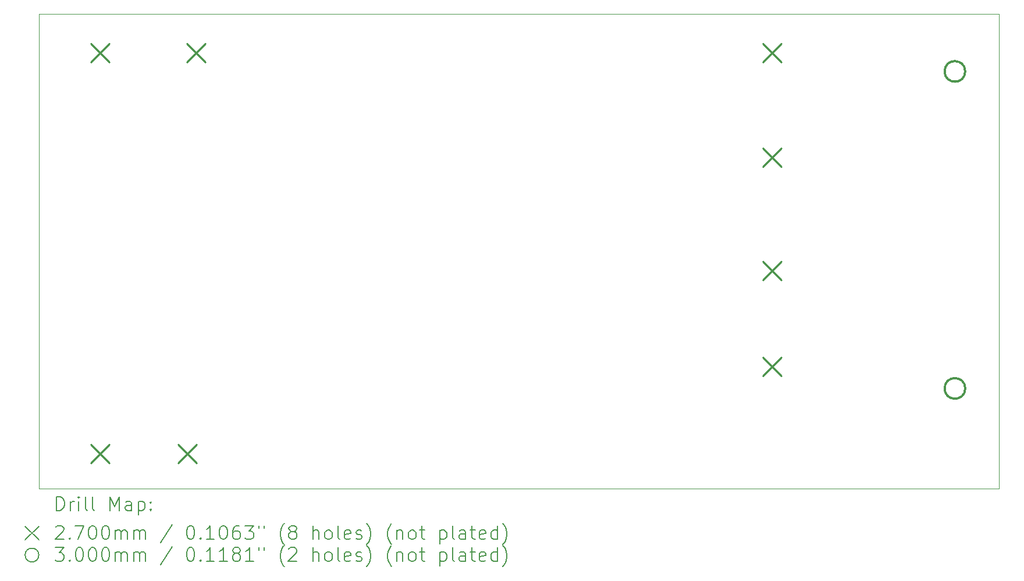
<source format=gbr>
%FSLAX45Y45*%
G04 Gerber Fmt 4.5, Leading zero omitted, Abs format (unit mm)*
G04 Created by KiCad (PCBNEW (6.0.1)) date 2022-02-20 22:55:02*
%MOMM*%
%LPD*%
G01*
G04 APERTURE LIST*
%TA.AperFunction,Profile*%
%ADD10C,0.100000*%
%TD*%
%ADD11C,0.200000*%
%ADD12C,0.270000*%
%ADD13C,0.300000*%
G04 APERTURE END LIST*
D10*
X4064000Y-10096500D02*
X18034000Y-10096500D01*
X18034000Y-10096500D02*
X18034000Y-17018000D01*
X18034000Y-17018000D02*
X4064000Y-17018000D01*
X4064000Y-17018000D02*
X4064000Y-10096500D01*
D11*
D12*
X4818000Y-10533000D02*
X5088000Y-10803000D01*
X5088000Y-10533000D02*
X4818000Y-10803000D01*
X4818000Y-16375000D02*
X5088000Y-16645000D01*
X5088000Y-16375000D02*
X4818000Y-16645000D01*
X6088000Y-16375000D02*
X6358000Y-16645000D01*
X6358000Y-16375000D02*
X6088000Y-16645000D01*
X6215000Y-10533000D02*
X6485000Y-10803000D01*
X6485000Y-10533000D02*
X6215000Y-10803000D01*
X14597000Y-10533000D02*
X14867000Y-10803000D01*
X14867000Y-10533000D02*
X14597000Y-10803000D01*
X14597000Y-12057000D02*
X14867000Y-12327000D01*
X14867000Y-12057000D02*
X14597000Y-12327000D01*
X14597000Y-13708000D02*
X14867000Y-13978000D01*
X14867000Y-13708000D02*
X14597000Y-13978000D01*
X14597000Y-15105000D02*
X14867000Y-15375000D01*
X14867000Y-15105000D02*
X14597000Y-15375000D01*
D13*
X17540000Y-10935000D02*
G75*
G03*
X17540000Y-10935000I-150000J0D01*
G01*
X17540000Y-15555000D02*
G75*
G03*
X17540000Y-15555000I-150000J0D01*
G01*
D11*
X4316619Y-17333476D02*
X4316619Y-17133476D01*
X4364238Y-17133476D01*
X4392810Y-17143000D01*
X4411857Y-17162048D01*
X4421381Y-17181095D01*
X4430905Y-17219190D01*
X4430905Y-17247762D01*
X4421381Y-17285857D01*
X4411857Y-17304905D01*
X4392810Y-17323952D01*
X4364238Y-17333476D01*
X4316619Y-17333476D01*
X4516619Y-17333476D02*
X4516619Y-17200143D01*
X4516619Y-17238238D02*
X4526143Y-17219190D01*
X4535667Y-17209667D01*
X4554714Y-17200143D01*
X4573762Y-17200143D01*
X4640429Y-17333476D02*
X4640429Y-17200143D01*
X4640429Y-17133476D02*
X4630905Y-17143000D01*
X4640429Y-17152524D01*
X4649952Y-17143000D01*
X4640429Y-17133476D01*
X4640429Y-17152524D01*
X4764238Y-17333476D02*
X4745190Y-17323952D01*
X4735667Y-17304905D01*
X4735667Y-17133476D01*
X4869000Y-17333476D02*
X4849952Y-17323952D01*
X4840429Y-17304905D01*
X4840429Y-17133476D01*
X5097571Y-17333476D02*
X5097571Y-17133476D01*
X5164238Y-17276333D01*
X5230905Y-17133476D01*
X5230905Y-17333476D01*
X5411857Y-17333476D02*
X5411857Y-17228714D01*
X5402333Y-17209667D01*
X5383286Y-17200143D01*
X5345190Y-17200143D01*
X5326143Y-17209667D01*
X5411857Y-17323952D02*
X5392810Y-17333476D01*
X5345190Y-17333476D01*
X5326143Y-17323952D01*
X5316619Y-17304905D01*
X5316619Y-17285857D01*
X5326143Y-17266810D01*
X5345190Y-17257286D01*
X5392810Y-17257286D01*
X5411857Y-17247762D01*
X5507095Y-17200143D02*
X5507095Y-17400143D01*
X5507095Y-17209667D02*
X5526143Y-17200143D01*
X5564238Y-17200143D01*
X5583286Y-17209667D01*
X5592809Y-17219190D01*
X5602333Y-17238238D01*
X5602333Y-17295381D01*
X5592809Y-17314429D01*
X5583286Y-17323952D01*
X5564238Y-17333476D01*
X5526143Y-17333476D01*
X5507095Y-17323952D01*
X5688048Y-17314429D02*
X5697571Y-17323952D01*
X5688048Y-17333476D01*
X5678524Y-17323952D01*
X5688048Y-17314429D01*
X5688048Y-17333476D01*
X5688048Y-17209667D02*
X5697571Y-17219190D01*
X5688048Y-17228714D01*
X5678524Y-17219190D01*
X5688048Y-17209667D01*
X5688048Y-17228714D01*
X3859000Y-17563000D02*
X4059000Y-17763000D01*
X4059000Y-17563000D02*
X3859000Y-17763000D01*
X4307095Y-17572524D02*
X4316619Y-17563000D01*
X4335667Y-17553476D01*
X4383286Y-17553476D01*
X4402333Y-17563000D01*
X4411857Y-17572524D01*
X4421381Y-17591571D01*
X4421381Y-17610619D01*
X4411857Y-17639190D01*
X4297571Y-17753476D01*
X4421381Y-17753476D01*
X4507095Y-17734429D02*
X4516619Y-17743952D01*
X4507095Y-17753476D01*
X4497571Y-17743952D01*
X4507095Y-17734429D01*
X4507095Y-17753476D01*
X4583286Y-17553476D02*
X4716619Y-17553476D01*
X4630905Y-17753476D01*
X4830905Y-17553476D02*
X4849952Y-17553476D01*
X4869000Y-17563000D01*
X4878524Y-17572524D01*
X4888048Y-17591571D01*
X4897571Y-17629667D01*
X4897571Y-17677286D01*
X4888048Y-17715381D01*
X4878524Y-17734429D01*
X4869000Y-17743952D01*
X4849952Y-17753476D01*
X4830905Y-17753476D01*
X4811857Y-17743952D01*
X4802333Y-17734429D01*
X4792810Y-17715381D01*
X4783286Y-17677286D01*
X4783286Y-17629667D01*
X4792810Y-17591571D01*
X4802333Y-17572524D01*
X4811857Y-17563000D01*
X4830905Y-17553476D01*
X5021381Y-17553476D02*
X5040429Y-17553476D01*
X5059476Y-17563000D01*
X5069000Y-17572524D01*
X5078524Y-17591571D01*
X5088048Y-17629667D01*
X5088048Y-17677286D01*
X5078524Y-17715381D01*
X5069000Y-17734429D01*
X5059476Y-17743952D01*
X5040429Y-17753476D01*
X5021381Y-17753476D01*
X5002333Y-17743952D01*
X4992810Y-17734429D01*
X4983286Y-17715381D01*
X4973762Y-17677286D01*
X4973762Y-17629667D01*
X4983286Y-17591571D01*
X4992810Y-17572524D01*
X5002333Y-17563000D01*
X5021381Y-17553476D01*
X5173762Y-17753476D02*
X5173762Y-17620143D01*
X5173762Y-17639190D02*
X5183286Y-17629667D01*
X5202333Y-17620143D01*
X5230905Y-17620143D01*
X5249952Y-17629667D01*
X5259476Y-17648714D01*
X5259476Y-17753476D01*
X5259476Y-17648714D02*
X5269000Y-17629667D01*
X5288048Y-17620143D01*
X5316619Y-17620143D01*
X5335667Y-17629667D01*
X5345190Y-17648714D01*
X5345190Y-17753476D01*
X5440429Y-17753476D02*
X5440429Y-17620143D01*
X5440429Y-17639190D02*
X5449952Y-17629667D01*
X5469000Y-17620143D01*
X5497571Y-17620143D01*
X5516619Y-17629667D01*
X5526143Y-17648714D01*
X5526143Y-17753476D01*
X5526143Y-17648714D02*
X5535667Y-17629667D01*
X5554714Y-17620143D01*
X5583286Y-17620143D01*
X5602333Y-17629667D01*
X5611857Y-17648714D01*
X5611857Y-17753476D01*
X6002333Y-17543952D02*
X5830905Y-17801095D01*
X6259476Y-17553476D02*
X6278524Y-17553476D01*
X6297571Y-17563000D01*
X6307095Y-17572524D01*
X6316619Y-17591571D01*
X6326143Y-17629667D01*
X6326143Y-17677286D01*
X6316619Y-17715381D01*
X6307095Y-17734429D01*
X6297571Y-17743952D01*
X6278524Y-17753476D01*
X6259476Y-17753476D01*
X6240428Y-17743952D01*
X6230905Y-17734429D01*
X6221381Y-17715381D01*
X6211857Y-17677286D01*
X6211857Y-17629667D01*
X6221381Y-17591571D01*
X6230905Y-17572524D01*
X6240428Y-17563000D01*
X6259476Y-17553476D01*
X6411857Y-17734429D02*
X6421381Y-17743952D01*
X6411857Y-17753476D01*
X6402333Y-17743952D01*
X6411857Y-17734429D01*
X6411857Y-17753476D01*
X6611857Y-17753476D02*
X6497571Y-17753476D01*
X6554714Y-17753476D02*
X6554714Y-17553476D01*
X6535667Y-17582048D01*
X6516619Y-17601095D01*
X6497571Y-17610619D01*
X6735667Y-17553476D02*
X6754714Y-17553476D01*
X6773762Y-17563000D01*
X6783286Y-17572524D01*
X6792809Y-17591571D01*
X6802333Y-17629667D01*
X6802333Y-17677286D01*
X6792809Y-17715381D01*
X6783286Y-17734429D01*
X6773762Y-17743952D01*
X6754714Y-17753476D01*
X6735667Y-17753476D01*
X6716619Y-17743952D01*
X6707095Y-17734429D01*
X6697571Y-17715381D01*
X6688048Y-17677286D01*
X6688048Y-17629667D01*
X6697571Y-17591571D01*
X6707095Y-17572524D01*
X6716619Y-17563000D01*
X6735667Y-17553476D01*
X6973762Y-17553476D02*
X6935667Y-17553476D01*
X6916619Y-17563000D01*
X6907095Y-17572524D01*
X6888048Y-17601095D01*
X6878524Y-17639190D01*
X6878524Y-17715381D01*
X6888048Y-17734429D01*
X6897571Y-17743952D01*
X6916619Y-17753476D01*
X6954714Y-17753476D01*
X6973762Y-17743952D01*
X6983286Y-17734429D01*
X6992809Y-17715381D01*
X6992809Y-17667762D01*
X6983286Y-17648714D01*
X6973762Y-17639190D01*
X6954714Y-17629667D01*
X6916619Y-17629667D01*
X6897571Y-17639190D01*
X6888048Y-17648714D01*
X6878524Y-17667762D01*
X7059476Y-17553476D02*
X7183286Y-17553476D01*
X7116619Y-17629667D01*
X7145190Y-17629667D01*
X7164238Y-17639190D01*
X7173762Y-17648714D01*
X7183286Y-17667762D01*
X7183286Y-17715381D01*
X7173762Y-17734429D01*
X7164238Y-17743952D01*
X7145190Y-17753476D01*
X7088048Y-17753476D01*
X7069000Y-17743952D01*
X7059476Y-17734429D01*
X7259476Y-17553476D02*
X7259476Y-17591571D01*
X7335667Y-17553476D02*
X7335667Y-17591571D01*
X7630905Y-17829667D02*
X7621381Y-17820143D01*
X7602333Y-17791571D01*
X7592809Y-17772524D01*
X7583286Y-17743952D01*
X7573762Y-17696333D01*
X7573762Y-17658238D01*
X7583286Y-17610619D01*
X7592809Y-17582048D01*
X7602333Y-17563000D01*
X7621381Y-17534429D01*
X7630905Y-17524905D01*
X7735667Y-17639190D02*
X7716619Y-17629667D01*
X7707095Y-17620143D01*
X7697571Y-17601095D01*
X7697571Y-17591571D01*
X7707095Y-17572524D01*
X7716619Y-17563000D01*
X7735667Y-17553476D01*
X7773762Y-17553476D01*
X7792809Y-17563000D01*
X7802333Y-17572524D01*
X7811857Y-17591571D01*
X7811857Y-17601095D01*
X7802333Y-17620143D01*
X7792809Y-17629667D01*
X7773762Y-17639190D01*
X7735667Y-17639190D01*
X7716619Y-17648714D01*
X7707095Y-17658238D01*
X7697571Y-17677286D01*
X7697571Y-17715381D01*
X7707095Y-17734429D01*
X7716619Y-17743952D01*
X7735667Y-17753476D01*
X7773762Y-17753476D01*
X7792809Y-17743952D01*
X7802333Y-17734429D01*
X7811857Y-17715381D01*
X7811857Y-17677286D01*
X7802333Y-17658238D01*
X7792809Y-17648714D01*
X7773762Y-17639190D01*
X8049952Y-17753476D02*
X8049952Y-17553476D01*
X8135667Y-17753476D02*
X8135667Y-17648714D01*
X8126143Y-17629667D01*
X8107095Y-17620143D01*
X8078524Y-17620143D01*
X8059476Y-17629667D01*
X8049952Y-17639190D01*
X8259476Y-17753476D02*
X8240428Y-17743952D01*
X8230905Y-17734429D01*
X8221381Y-17715381D01*
X8221381Y-17658238D01*
X8230905Y-17639190D01*
X8240428Y-17629667D01*
X8259476Y-17620143D01*
X8288048Y-17620143D01*
X8307095Y-17629667D01*
X8316619Y-17639190D01*
X8326143Y-17658238D01*
X8326143Y-17715381D01*
X8316619Y-17734429D01*
X8307095Y-17743952D01*
X8288048Y-17753476D01*
X8259476Y-17753476D01*
X8440429Y-17753476D02*
X8421381Y-17743952D01*
X8411857Y-17724905D01*
X8411857Y-17553476D01*
X8592810Y-17743952D02*
X8573762Y-17753476D01*
X8535667Y-17753476D01*
X8516619Y-17743952D01*
X8507095Y-17724905D01*
X8507095Y-17648714D01*
X8516619Y-17629667D01*
X8535667Y-17620143D01*
X8573762Y-17620143D01*
X8592810Y-17629667D01*
X8602333Y-17648714D01*
X8602333Y-17667762D01*
X8507095Y-17686810D01*
X8678524Y-17743952D02*
X8697571Y-17753476D01*
X8735667Y-17753476D01*
X8754714Y-17743952D01*
X8764238Y-17724905D01*
X8764238Y-17715381D01*
X8754714Y-17696333D01*
X8735667Y-17686810D01*
X8707095Y-17686810D01*
X8688048Y-17677286D01*
X8678524Y-17658238D01*
X8678524Y-17648714D01*
X8688048Y-17629667D01*
X8707095Y-17620143D01*
X8735667Y-17620143D01*
X8754714Y-17629667D01*
X8830905Y-17829667D02*
X8840429Y-17820143D01*
X8859476Y-17791571D01*
X8869000Y-17772524D01*
X8878524Y-17743952D01*
X8888048Y-17696333D01*
X8888048Y-17658238D01*
X8878524Y-17610619D01*
X8869000Y-17582048D01*
X8859476Y-17563000D01*
X8840429Y-17534429D01*
X8830905Y-17524905D01*
X9192810Y-17829667D02*
X9183286Y-17820143D01*
X9164238Y-17791571D01*
X9154714Y-17772524D01*
X9145190Y-17743952D01*
X9135667Y-17696333D01*
X9135667Y-17658238D01*
X9145190Y-17610619D01*
X9154714Y-17582048D01*
X9164238Y-17563000D01*
X9183286Y-17534429D01*
X9192810Y-17524905D01*
X9269000Y-17620143D02*
X9269000Y-17753476D01*
X9269000Y-17639190D02*
X9278524Y-17629667D01*
X9297571Y-17620143D01*
X9326143Y-17620143D01*
X9345190Y-17629667D01*
X9354714Y-17648714D01*
X9354714Y-17753476D01*
X9478524Y-17753476D02*
X9459476Y-17743952D01*
X9449952Y-17734429D01*
X9440429Y-17715381D01*
X9440429Y-17658238D01*
X9449952Y-17639190D01*
X9459476Y-17629667D01*
X9478524Y-17620143D01*
X9507095Y-17620143D01*
X9526143Y-17629667D01*
X9535667Y-17639190D01*
X9545190Y-17658238D01*
X9545190Y-17715381D01*
X9535667Y-17734429D01*
X9526143Y-17743952D01*
X9507095Y-17753476D01*
X9478524Y-17753476D01*
X9602333Y-17620143D02*
X9678524Y-17620143D01*
X9630905Y-17553476D02*
X9630905Y-17724905D01*
X9640429Y-17743952D01*
X9659476Y-17753476D01*
X9678524Y-17753476D01*
X9897571Y-17620143D02*
X9897571Y-17820143D01*
X9897571Y-17629667D02*
X9916619Y-17620143D01*
X9954714Y-17620143D01*
X9973762Y-17629667D01*
X9983286Y-17639190D01*
X9992810Y-17658238D01*
X9992810Y-17715381D01*
X9983286Y-17734429D01*
X9973762Y-17743952D01*
X9954714Y-17753476D01*
X9916619Y-17753476D01*
X9897571Y-17743952D01*
X10107095Y-17753476D02*
X10088048Y-17743952D01*
X10078524Y-17724905D01*
X10078524Y-17553476D01*
X10269000Y-17753476D02*
X10269000Y-17648714D01*
X10259476Y-17629667D01*
X10240429Y-17620143D01*
X10202333Y-17620143D01*
X10183286Y-17629667D01*
X10269000Y-17743952D02*
X10249952Y-17753476D01*
X10202333Y-17753476D01*
X10183286Y-17743952D01*
X10173762Y-17724905D01*
X10173762Y-17705857D01*
X10183286Y-17686810D01*
X10202333Y-17677286D01*
X10249952Y-17677286D01*
X10269000Y-17667762D01*
X10335667Y-17620143D02*
X10411857Y-17620143D01*
X10364238Y-17553476D02*
X10364238Y-17724905D01*
X10373762Y-17743952D01*
X10392810Y-17753476D01*
X10411857Y-17753476D01*
X10554714Y-17743952D02*
X10535667Y-17753476D01*
X10497571Y-17753476D01*
X10478524Y-17743952D01*
X10469000Y-17724905D01*
X10469000Y-17648714D01*
X10478524Y-17629667D01*
X10497571Y-17620143D01*
X10535667Y-17620143D01*
X10554714Y-17629667D01*
X10564238Y-17648714D01*
X10564238Y-17667762D01*
X10469000Y-17686810D01*
X10735667Y-17753476D02*
X10735667Y-17553476D01*
X10735667Y-17743952D02*
X10716619Y-17753476D01*
X10678524Y-17753476D01*
X10659476Y-17743952D01*
X10649952Y-17734429D01*
X10640429Y-17715381D01*
X10640429Y-17658238D01*
X10649952Y-17639190D01*
X10659476Y-17629667D01*
X10678524Y-17620143D01*
X10716619Y-17620143D01*
X10735667Y-17629667D01*
X10811857Y-17829667D02*
X10821381Y-17820143D01*
X10840429Y-17791571D01*
X10849952Y-17772524D01*
X10859476Y-17743952D01*
X10869000Y-17696333D01*
X10869000Y-17658238D01*
X10859476Y-17610619D01*
X10849952Y-17582048D01*
X10840429Y-17563000D01*
X10821381Y-17534429D01*
X10811857Y-17524905D01*
X4059000Y-17983000D02*
G75*
G03*
X4059000Y-17983000I-100000J0D01*
G01*
X4297571Y-17873476D02*
X4421381Y-17873476D01*
X4354714Y-17949667D01*
X4383286Y-17949667D01*
X4402333Y-17959190D01*
X4411857Y-17968714D01*
X4421381Y-17987762D01*
X4421381Y-18035381D01*
X4411857Y-18054429D01*
X4402333Y-18063952D01*
X4383286Y-18073476D01*
X4326143Y-18073476D01*
X4307095Y-18063952D01*
X4297571Y-18054429D01*
X4507095Y-18054429D02*
X4516619Y-18063952D01*
X4507095Y-18073476D01*
X4497571Y-18063952D01*
X4507095Y-18054429D01*
X4507095Y-18073476D01*
X4640429Y-17873476D02*
X4659476Y-17873476D01*
X4678524Y-17883000D01*
X4688048Y-17892524D01*
X4697571Y-17911571D01*
X4707095Y-17949667D01*
X4707095Y-17997286D01*
X4697571Y-18035381D01*
X4688048Y-18054429D01*
X4678524Y-18063952D01*
X4659476Y-18073476D01*
X4640429Y-18073476D01*
X4621381Y-18063952D01*
X4611857Y-18054429D01*
X4602333Y-18035381D01*
X4592810Y-17997286D01*
X4592810Y-17949667D01*
X4602333Y-17911571D01*
X4611857Y-17892524D01*
X4621381Y-17883000D01*
X4640429Y-17873476D01*
X4830905Y-17873476D02*
X4849952Y-17873476D01*
X4869000Y-17883000D01*
X4878524Y-17892524D01*
X4888048Y-17911571D01*
X4897571Y-17949667D01*
X4897571Y-17997286D01*
X4888048Y-18035381D01*
X4878524Y-18054429D01*
X4869000Y-18063952D01*
X4849952Y-18073476D01*
X4830905Y-18073476D01*
X4811857Y-18063952D01*
X4802333Y-18054429D01*
X4792810Y-18035381D01*
X4783286Y-17997286D01*
X4783286Y-17949667D01*
X4792810Y-17911571D01*
X4802333Y-17892524D01*
X4811857Y-17883000D01*
X4830905Y-17873476D01*
X5021381Y-17873476D02*
X5040429Y-17873476D01*
X5059476Y-17883000D01*
X5069000Y-17892524D01*
X5078524Y-17911571D01*
X5088048Y-17949667D01*
X5088048Y-17997286D01*
X5078524Y-18035381D01*
X5069000Y-18054429D01*
X5059476Y-18063952D01*
X5040429Y-18073476D01*
X5021381Y-18073476D01*
X5002333Y-18063952D01*
X4992810Y-18054429D01*
X4983286Y-18035381D01*
X4973762Y-17997286D01*
X4973762Y-17949667D01*
X4983286Y-17911571D01*
X4992810Y-17892524D01*
X5002333Y-17883000D01*
X5021381Y-17873476D01*
X5173762Y-18073476D02*
X5173762Y-17940143D01*
X5173762Y-17959190D02*
X5183286Y-17949667D01*
X5202333Y-17940143D01*
X5230905Y-17940143D01*
X5249952Y-17949667D01*
X5259476Y-17968714D01*
X5259476Y-18073476D01*
X5259476Y-17968714D02*
X5269000Y-17949667D01*
X5288048Y-17940143D01*
X5316619Y-17940143D01*
X5335667Y-17949667D01*
X5345190Y-17968714D01*
X5345190Y-18073476D01*
X5440429Y-18073476D02*
X5440429Y-17940143D01*
X5440429Y-17959190D02*
X5449952Y-17949667D01*
X5469000Y-17940143D01*
X5497571Y-17940143D01*
X5516619Y-17949667D01*
X5526143Y-17968714D01*
X5526143Y-18073476D01*
X5526143Y-17968714D02*
X5535667Y-17949667D01*
X5554714Y-17940143D01*
X5583286Y-17940143D01*
X5602333Y-17949667D01*
X5611857Y-17968714D01*
X5611857Y-18073476D01*
X6002333Y-17863952D02*
X5830905Y-18121095D01*
X6259476Y-17873476D02*
X6278524Y-17873476D01*
X6297571Y-17883000D01*
X6307095Y-17892524D01*
X6316619Y-17911571D01*
X6326143Y-17949667D01*
X6326143Y-17997286D01*
X6316619Y-18035381D01*
X6307095Y-18054429D01*
X6297571Y-18063952D01*
X6278524Y-18073476D01*
X6259476Y-18073476D01*
X6240428Y-18063952D01*
X6230905Y-18054429D01*
X6221381Y-18035381D01*
X6211857Y-17997286D01*
X6211857Y-17949667D01*
X6221381Y-17911571D01*
X6230905Y-17892524D01*
X6240428Y-17883000D01*
X6259476Y-17873476D01*
X6411857Y-18054429D02*
X6421381Y-18063952D01*
X6411857Y-18073476D01*
X6402333Y-18063952D01*
X6411857Y-18054429D01*
X6411857Y-18073476D01*
X6611857Y-18073476D02*
X6497571Y-18073476D01*
X6554714Y-18073476D02*
X6554714Y-17873476D01*
X6535667Y-17902048D01*
X6516619Y-17921095D01*
X6497571Y-17930619D01*
X6802333Y-18073476D02*
X6688048Y-18073476D01*
X6745190Y-18073476D02*
X6745190Y-17873476D01*
X6726143Y-17902048D01*
X6707095Y-17921095D01*
X6688048Y-17930619D01*
X6916619Y-17959190D02*
X6897571Y-17949667D01*
X6888048Y-17940143D01*
X6878524Y-17921095D01*
X6878524Y-17911571D01*
X6888048Y-17892524D01*
X6897571Y-17883000D01*
X6916619Y-17873476D01*
X6954714Y-17873476D01*
X6973762Y-17883000D01*
X6983286Y-17892524D01*
X6992809Y-17911571D01*
X6992809Y-17921095D01*
X6983286Y-17940143D01*
X6973762Y-17949667D01*
X6954714Y-17959190D01*
X6916619Y-17959190D01*
X6897571Y-17968714D01*
X6888048Y-17978238D01*
X6878524Y-17997286D01*
X6878524Y-18035381D01*
X6888048Y-18054429D01*
X6897571Y-18063952D01*
X6916619Y-18073476D01*
X6954714Y-18073476D01*
X6973762Y-18063952D01*
X6983286Y-18054429D01*
X6992809Y-18035381D01*
X6992809Y-17997286D01*
X6983286Y-17978238D01*
X6973762Y-17968714D01*
X6954714Y-17959190D01*
X7183286Y-18073476D02*
X7069000Y-18073476D01*
X7126143Y-18073476D02*
X7126143Y-17873476D01*
X7107095Y-17902048D01*
X7088048Y-17921095D01*
X7069000Y-17930619D01*
X7259476Y-17873476D02*
X7259476Y-17911571D01*
X7335667Y-17873476D02*
X7335667Y-17911571D01*
X7630905Y-18149667D02*
X7621381Y-18140143D01*
X7602333Y-18111571D01*
X7592809Y-18092524D01*
X7583286Y-18063952D01*
X7573762Y-18016333D01*
X7573762Y-17978238D01*
X7583286Y-17930619D01*
X7592809Y-17902048D01*
X7602333Y-17883000D01*
X7621381Y-17854429D01*
X7630905Y-17844905D01*
X7697571Y-17892524D02*
X7707095Y-17883000D01*
X7726143Y-17873476D01*
X7773762Y-17873476D01*
X7792809Y-17883000D01*
X7802333Y-17892524D01*
X7811857Y-17911571D01*
X7811857Y-17930619D01*
X7802333Y-17959190D01*
X7688048Y-18073476D01*
X7811857Y-18073476D01*
X8049952Y-18073476D02*
X8049952Y-17873476D01*
X8135667Y-18073476D02*
X8135667Y-17968714D01*
X8126143Y-17949667D01*
X8107095Y-17940143D01*
X8078524Y-17940143D01*
X8059476Y-17949667D01*
X8049952Y-17959190D01*
X8259476Y-18073476D02*
X8240428Y-18063952D01*
X8230905Y-18054429D01*
X8221381Y-18035381D01*
X8221381Y-17978238D01*
X8230905Y-17959190D01*
X8240428Y-17949667D01*
X8259476Y-17940143D01*
X8288048Y-17940143D01*
X8307095Y-17949667D01*
X8316619Y-17959190D01*
X8326143Y-17978238D01*
X8326143Y-18035381D01*
X8316619Y-18054429D01*
X8307095Y-18063952D01*
X8288048Y-18073476D01*
X8259476Y-18073476D01*
X8440429Y-18073476D02*
X8421381Y-18063952D01*
X8411857Y-18044905D01*
X8411857Y-17873476D01*
X8592810Y-18063952D02*
X8573762Y-18073476D01*
X8535667Y-18073476D01*
X8516619Y-18063952D01*
X8507095Y-18044905D01*
X8507095Y-17968714D01*
X8516619Y-17949667D01*
X8535667Y-17940143D01*
X8573762Y-17940143D01*
X8592810Y-17949667D01*
X8602333Y-17968714D01*
X8602333Y-17987762D01*
X8507095Y-18006810D01*
X8678524Y-18063952D02*
X8697571Y-18073476D01*
X8735667Y-18073476D01*
X8754714Y-18063952D01*
X8764238Y-18044905D01*
X8764238Y-18035381D01*
X8754714Y-18016333D01*
X8735667Y-18006810D01*
X8707095Y-18006810D01*
X8688048Y-17997286D01*
X8678524Y-17978238D01*
X8678524Y-17968714D01*
X8688048Y-17949667D01*
X8707095Y-17940143D01*
X8735667Y-17940143D01*
X8754714Y-17949667D01*
X8830905Y-18149667D02*
X8840429Y-18140143D01*
X8859476Y-18111571D01*
X8869000Y-18092524D01*
X8878524Y-18063952D01*
X8888048Y-18016333D01*
X8888048Y-17978238D01*
X8878524Y-17930619D01*
X8869000Y-17902048D01*
X8859476Y-17883000D01*
X8840429Y-17854429D01*
X8830905Y-17844905D01*
X9192810Y-18149667D02*
X9183286Y-18140143D01*
X9164238Y-18111571D01*
X9154714Y-18092524D01*
X9145190Y-18063952D01*
X9135667Y-18016333D01*
X9135667Y-17978238D01*
X9145190Y-17930619D01*
X9154714Y-17902048D01*
X9164238Y-17883000D01*
X9183286Y-17854429D01*
X9192810Y-17844905D01*
X9269000Y-17940143D02*
X9269000Y-18073476D01*
X9269000Y-17959190D02*
X9278524Y-17949667D01*
X9297571Y-17940143D01*
X9326143Y-17940143D01*
X9345190Y-17949667D01*
X9354714Y-17968714D01*
X9354714Y-18073476D01*
X9478524Y-18073476D02*
X9459476Y-18063952D01*
X9449952Y-18054429D01*
X9440429Y-18035381D01*
X9440429Y-17978238D01*
X9449952Y-17959190D01*
X9459476Y-17949667D01*
X9478524Y-17940143D01*
X9507095Y-17940143D01*
X9526143Y-17949667D01*
X9535667Y-17959190D01*
X9545190Y-17978238D01*
X9545190Y-18035381D01*
X9535667Y-18054429D01*
X9526143Y-18063952D01*
X9507095Y-18073476D01*
X9478524Y-18073476D01*
X9602333Y-17940143D02*
X9678524Y-17940143D01*
X9630905Y-17873476D02*
X9630905Y-18044905D01*
X9640429Y-18063952D01*
X9659476Y-18073476D01*
X9678524Y-18073476D01*
X9897571Y-17940143D02*
X9897571Y-18140143D01*
X9897571Y-17949667D02*
X9916619Y-17940143D01*
X9954714Y-17940143D01*
X9973762Y-17949667D01*
X9983286Y-17959190D01*
X9992810Y-17978238D01*
X9992810Y-18035381D01*
X9983286Y-18054429D01*
X9973762Y-18063952D01*
X9954714Y-18073476D01*
X9916619Y-18073476D01*
X9897571Y-18063952D01*
X10107095Y-18073476D02*
X10088048Y-18063952D01*
X10078524Y-18044905D01*
X10078524Y-17873476D01*
X10269000Y-18073476D02*
X10269000Y-17968714D01*
X10259476Y-17949667D01*
X10240429Y-17940143D01*
X10202333Y-17940143D01*
X10183286Y-17949667D01*
X10269000Y-18063952D02*
X10249952Y-18073476D01*
X10202333Y-18073476D01*
X10183286Y-18063952D01*
X10173762Y-18044905D01*
X10173762Y-18025857D01*
X10183286Y-18006810D01*
X10202333Y-17997286D01*
X10249952Y-17997286D01*
X10269000Y-17987762D01*
X10335667Y-17940143D02*
X10411857Y-17940143D01*
X10364238Y-17873476D02*
X10364238Y-18044905D01*
X10373762Y-18063952D01*
X10392810Y-18073476D01*
X10411857Y-18073476D01*
X10554714Y-18063952D02*
X10535667Y-18073476D01*
X10497571Y-18073476D01*
X10478524Y-18063952D01*
X10469000Y-18044905D01*
X10469000Y-17968714D01*
X10478524Y-17949667D01*
X10497571Y-17940143D01*
X10535667Y-17940143D01*
X10554714Y-17949667D01*
X10564238Y-17968714D01*
X10564238Y-17987762D01*
X10469000Y-18006810D01*
X10735667Y-18073476D02*
X10735667Y-17873476D01*
X10735667Y-18063952D02*
X10716619Y-18073476D01*
X10678524Y-18073476D01*
X10659476Y-18063952D01*
X10649952Y-18054429D01*
X10640429Y-18035381D01*
X10640429Y-17978238D01*
X10649952Y-17959190D01*
X10659476Y-17949667D01*
X10678524Y-17940143D01*
X10716619Y-17940143D01*
X10735667Y-17949667D01*
X10811857Y-18149667D02*
X10821381Y-18140143D01*
X10840429Y-18111571D01*
X10849952Y-18092524D01*
X10859476Y-18063952D01*
X10869000Y-18016333D01*
X10869000Y-17978238D01*
X10859476Y-17930619D01*
X10849952Y-17902048D01*
X10840429Y-17883000D01*
X10821381Y-17854429D01*
X10811857Y-17844905D01*
M02*

</source>
